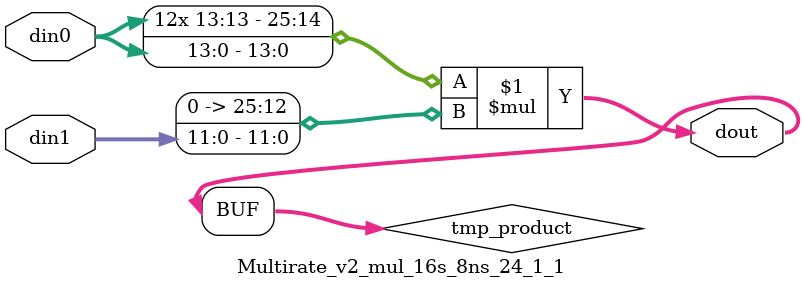
<source format=v>

`timescale 1 ns / 1 ps

 module Multirate_v2_mul_16s_8ns_24_1_1(din0, din1, dout);
parameter ID = 1;
parameter NUM_STAGE = 0;
parameter din0_WIDTH = 14;
parameter din1_WIDTH = 12;
parameter dout_WIDTH = 26;

input [din0_WIDTH - 1 : 0] din0; 
input [din1_WIDTH - 1 : 0] din1; 
output [dout_WIDTH - 1 : 0] dout;

wire signed [dout_WIDTH - 1 : 0] tmp_product;


























assign tmp_product = $signed(din0) * $signed({1'b0, din1});









assign dout = tmp_product;





















endmodule

</source>
